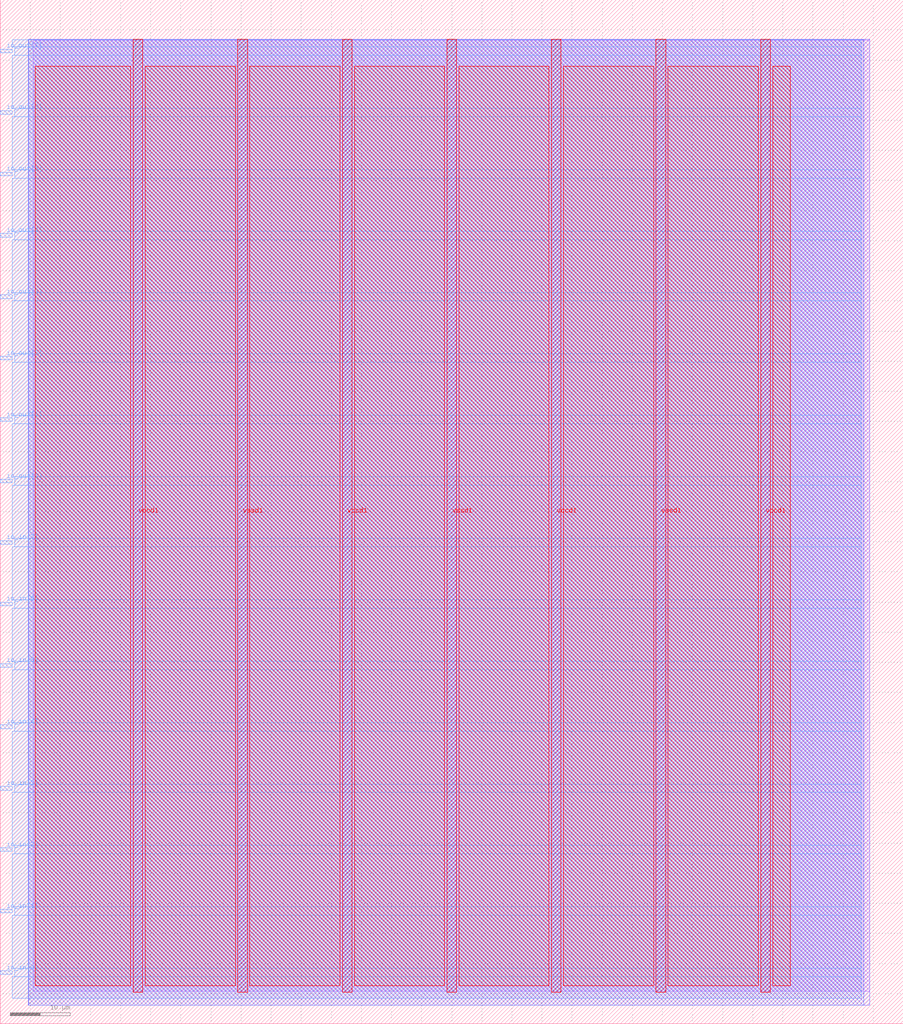
<source format=lef>
VERSION 5.7 ;
  NOWIREEXTENSIONATPIN ON ;
  DIVIDERCHAR "/" ;
  BUSBITCHARS "[]" ;
MACRO tholin_avalonsemi_5401
  CLASS BLOCK ;
  FOREIGN tholin_avalonsemi_5401 ;
  ORIGIN 0.000 0.000 ;
  SIZE 150.000 BY 170.000 ;
  PIN io_in[0]
    DIRECTION INPUT ;
    USE SIGNAL ;
    PORT
      LAYER met3 ;
        RECT 0.000 8.200 2.000 8.800 ;
    END
  END io_in[0]
  PIN io_in[1]
    DIRECTION INPUT ;
    USE SIGNAL ;
    PORT
      LAYER met3 ;
        RECT 0.000 18.400 2.000 19.000 ;
    END
  END io_in[1]
  PIN io_in[2]
    DIRECTION INPUT ;
    USE SIGNAL ;
    PORT
      LAYER met3 ;
        RECT 0.000 28.600 2.000 29.200 ;
    END
  END io_in[2]
  PIN io_in[3]
    DIRECTION INPUT ;
    USE SIGNAL ;
    PORT
      LAYER met3 ;
        RECT 0.000 38.800 2.000 39.400 ;
    END
  END io_in[3]
  PIN io_in[4]
    DIRECTION INPUT ;
    USE SIGNAL ;
    PORT
      LAYER met3 ;
        RECT 0.000 49.000 2.000 49.600 ;
    END
  END io_in[4]
  PIN io_in[5]
    DIRECTION INPUT ;
    USE SIGNAL ;
    PORT
      LAYER met3 ;
        RECT 0.000 59.200 2.000 59.800 ;
    END
  END io_in[5]
  PIN io_in[6]
    DIRECTION INPUT ;
    USE SIGNAL ;
    PORT
      LAYER met3 ;
        RECT 0.000 69.400 2.000 70.000 ;
    END
  END io_in[6]
  PIN io_in[7]
    DIRECTION INPUT ;
    USE SIGNAL ;
    PORT
      LAYER met3 ;
        RECT 0.000 79.600 2.000 80.200 ;
    END
  END io_in[7]
  PIN io_out[0]
    DIRECTION OUTPUT TRISTATE ;
    USE SIGNAL ;
    PORT
      LAYER met3 ;
        RECT 0.000 89.800 2.000 90.400 ;
    END
  END io_out[0]
  PIN io_out[1]
    DIRECTION OUTPUT TRISTATE ;
    USE SIGNAL ;
    PORT
      LAYER met3 ;
        RECT 0.000 100.000 2.000 100.600 ;
    END
  END io_out[1]
  PIN io_out[2]
    DIRECTION OUTPUT TRISTATE ;
    USE SIGNAL ;
    PORT
      LAYER met3 ;
        RECT 0.000 110.200 2.000 110.800 ;
    END
  END io_out[2]
  PIN io_out[3]
    DIRECTION OUTPUT TRISTATE ;
    USE SIGNAL ;
    PORT
      LAYER met3 ;
        RECT 0.000 120.400 2.000 121.000 ;
    END
  END io_out[3]
  PIN io_out[4]
    DIRECTION OUTPUT TRISTATE ;
    USE SIGNAL ;
    PORT
      LAYER met3 ;
        RECT 0.000 130.600 2.000 131.200 ;
    END
  END io_out[4]
  PIN io_out[5]
    DIRECTION OUTPUT TRISTATE ;
    USE SIGNAL ;
    PORT
      LAYER met3 ;
        RECT 0.000 140.800 2.000 141.400 ;
    END
  END io_out[5]
  PIN io_out[6]
    DIRECTION OUTPUT TRISTATE ;
    USE SIGNAL ;
    PORT
      LAYER met3 ;
        RECT 0.000 151.000 2.000 151.600 ;
    END
  END io_out[6]
  PIN io_out[7]
    DIRECTION OUTPUT TRISTATE ;
    USE SIGNAL ;
    PORT
      LAYER met3 ;
        RECT 0.000 161.200 2.000 161.800 ;
    END
  END io_out[7]
  PIN vccd1
    DIRECTION INOUT ;
    USE POWER ;
    PORT
      LAYER met4 ;
        RECT 22.090 5.200 23.690 163.440 ;
    END
    PORT
      LAYER met4 ;
        RECT 56.830 5.200 58.430 163.440 ;
    END
    PORT
      LAYER met4 ;
        RECT 91.570 5.200 93.170 163.440 ;
    END
    PORT
      LAYER met4 ;
        RECT 126.310 5.200 127.910 163.440 ;
    END
  END vccd1
  PIN vssd1
    DIRECTION INOUT ;
    USE GROUND ;
    PORT
      LAYER met4 ;
        RECT 39.460 5.200 41.060 163.440 ;
    END
    PORT
      LAYER met4 ;
        RECT 74.200 5.200 75.800 163.440 ;
    END
    PORT
      LAYER met4 ;
        RECT 108.940 5.200 110.540 163.440 ;
    END
  END vssd1
  OBS
      LAYER li1 ;
        RECT 5.520 5.355 144.440 163.285 ;
      LAYER met1 ;
        RECT 4.670 3.100 144.440 163.440 ;
      LAYER met2 ;
        RECT 4.700 3.070 143.420 163.385 ;
      LAYER met3 ;
        RECT 2.000 162.200 142.995 163.365 ;
        RECT 2.400 160.800 142.995 162.200 ;
        RECT 2.000 152.000 142.995 160.800 ;
        RECT 2.400 150.600 142.995 152.000 ;
        RECT 2.000 141.800 142.995 150.600 ;
        RECT 2.400 140.400 142.995 141.800 ;
        RECT 2.000 131.600 142.995 140.400 ;
        RECT 2.400 130.200 142.995 131.600 ;
        RECT 2.000 121.400 142.995 130.200 ;
        RECT 2.400 120.000 142.995 121.400 ;
        RECT 2.000 111.200 142.995 120.000 ;
        RECT 2.400 109.800 142.995 111.200 ;
        RECT 2.000 101.000 142.995 109.800 ;
        RECT 2.400 99.600 142.995 101.000 ;
        RECT 2.000 90.800 142.995 99.600 ;
        RECT 2.400 89.400 142.995 90.800 ;
        RECT 2.000 80.600 142.995 89.400 ;
        RECT 2.400 79.200 142.995 80.600 ;
        RECT 2.000 70.400 142.995 79.200 ;
        RECT 2.400 69.000 142.995 70.400 ;
        RECT 2.000 60.200 142.995 69.000 ;
        RECT 2.400 58.800 142.995 60.200 ;
        RECT 2.000 50.000 142.995 58.800 ;
        RECT 2.400 48.600 142.995 50.000 ;
        RECT 2.000 39.800 142.995 48.600 ;
        RECT 2.400 38.400 142.995 39.800 ;
        RECT 2.000 29.600 142.995 38.400 ;
        RECT 2.400 28.200 142.995 29.600 ;
        RECT 2.000 19.400 142.995 28.200 ;
        RECT 2.400 18.000 142.995 19.400 ;
        RECT 2.000 9.200 142.995 18.000 ;
        RECT 2.400 7.800 142.995 9.200 ;
        RECT 2.000 4.255 142.995 7.800 ;
      LAYER met4 ;
        RECT 5.815 6.295 21.690 158.945 ;
        RECT 24.090 6.295 39.060 158.945 ;
        RECT 41.460 6.295 56.430 158.945 ;
        RECT 58.830 6.295 73.800 158.945 ;
        RECT 76.200 6.295 91.170 158.945 ;
        RECT 93.570 6.295 108.540 158.945 ;
        RECT 110.940 6.295 125.910 158.945 ;
        RECT 128.310 6.295 131.265 158.945 ;
  END
END tholin_avalonsemi_5401
END LIBRARY


</source>
